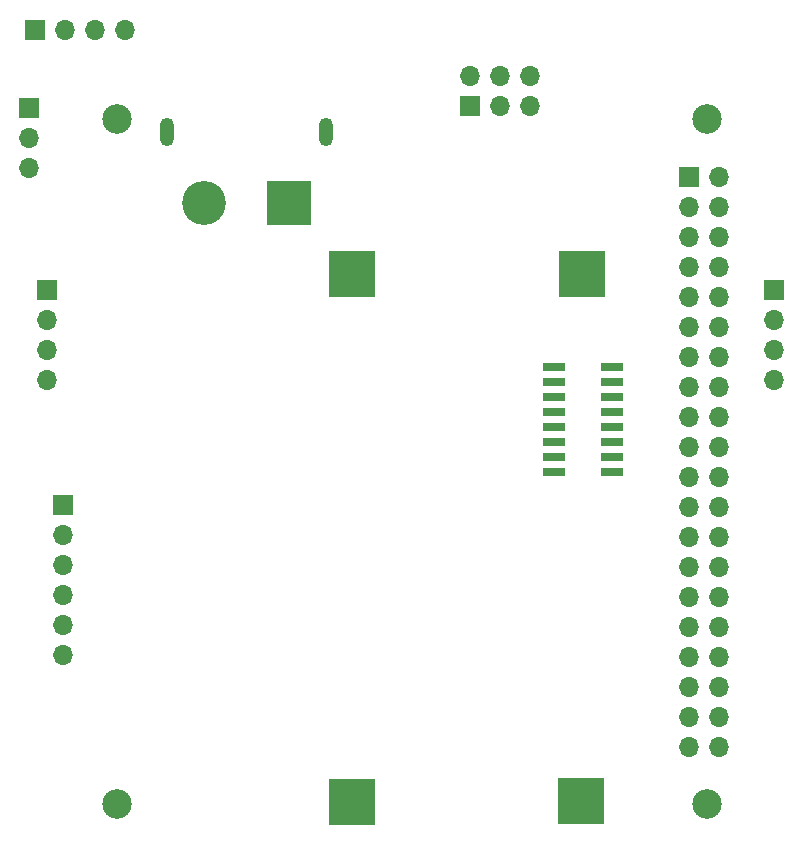
<source format=gbr>
%TF.GenerationSoftware,KiCad,Pcbnew,6.0.8-f2edbf62ab~116~ubuntu22.04.1*%
%TF.CreationDate,2022-11-20T23:04:20-05:00*%
%TF.ProjectId,Pi_HAT_Simple_V3,50695f48-4154-45f5-9369-6d706c655f56,rev?*%
%TF.SameCoordinates,Original*%
%TF.FileFunction,Soldermask,Bot*%
%TF.FilePolarity,Negative*%
%FSLAX46Y46*%
G04 Gerber Fmt 4.6, Leading zero omitted, Abs format (unit mm)*
G04 Created by KiCad (PCBNEW 6.0.8-f2edbf62ab~116~ubuntu22.04.1) date 2022-11-20 23:04:20*
%MOMM*%
%LPD*%
G01*
G04 APERTURE LIST*
G04 Aperture macros list*
%AMRoundRect*
0 Rectangle with rounded corners*
0 $1 Rounding radius*
0 $2 $3 $4 $5 $6 $7 $8 $9 X,Y pos of 4 corners*
0 Add a 4 corners polygon primitive as box body*
4,1,4,$2,$3,$4,$5,$6,$7,$8,$9,$2,$3,0*
0 Add four circle primitives for the rounded corners*
1,1,$1+$1,$2,$3*
1,1,$1+$1,$4,$5*
1,1,$1+$1,$6,$7*
1,1,$1+$1,$8,$9*
0 Add four rect primitives between the rounded corners*
20,1,$1+$1,$2,$3,$4,$5,0*
20,1,$1+$1,$4,$5,$6,$7,0*
20,1,$1+$1,$6,$7,$8,$9,0*
20,1,$1+$1,$8,$9,$2,$3,0*%
G04 Aperture macros list end*
%ADD10R,1.700000X1.700000*%
%ADD11O,1.700000X1.700000*%
%ADD12C,2.500000*%
%ADD13R,3.716000X3.716000*%
%ADD14C,3.716000*%
%ADD15O,1.200000X2.400000*%
%ADD16R,4.000000X4.000000*%
%ADD17RoundRect,0.042000X-0.908000X-0.258000X0.908000X-0.258000X0.908000X0.258000X-0.908000X0.258000X0*%
G04 APERTURE END LIST*
D10*
%TO.C,J2*%
X151000000Y-79400000D03*
D11*
X153540000Y-79400000D03*
X151000000Y-81940000D03*
X153540000Y-81940000D03*
X151000000Y-84480000D03*
X153540000Y-84480000D03*
X151000000Y-87020000D03*
X153540000Y-87020000D03*
X151000000Y-89560000D03*
X153540000Y-89560000D03*
X151000000Y-92100000D03*
X153540000Y-92100000D03*
X151000000Y-94640000D03*
X153540000Y-94640000D03*
X151000000Y-97180000D03*
X153540000Y-97180000D03*
X151000000Y-99720000D03*
X153540000Y-99720000D03*
X151000000Y-102260000D03*
X153540000Y-102260000D03*
X151000000Y-104800000D03*
X153540000Y-104800000D03*
X151000000Y-107340000D03*
X153540000Y-107340000D03*
X151000000Y-109880000D03*
X153540000Y-109880000D03*
X151000000Y-112420000D03*
X153540000Y-112420000D03*
X151000000Y-114960000D03*
X153540000Y-114960000D03*
X151000000Y-117500000D03*
X153540000Y-117500000D03*
X151000000Y-120040000D03*
X153540000Y-120040000D03*
X151000000Y-122580000D03*
X153540000Y-122580000D03*
X151000000Y-125120000D03*
X153540000Y-125120000D03*
X151000000Y-127660000D03*
X153540000Y-127660000D03*
%TD*%
D10*
%TO.C,J3*%
X132425000Y-73425000D03*
D11*
X132425000Y-70885000D03*
X134965000Y-73425000D03*
X134965000Y-70885000D03*
X137505000Y-73425000D03*
X137505000Y-70885000D03*
%TD*%
D12*
%TO.C,H1*%
X152500000Y-74500000D03*
%TD*%
%TO.C,H2*%
X102500000Y-74500000D03*
%TD*%
%TO.C,H3*%
X102500000Y-132500000D03*
%TD*%
D10*
%TO.C,J1*%
X98000000Y-107200000D03*
D11*
X98000000Y-109740000D03*
X98000000Y-112280000D03*
X98000000Y-114820000D03*
X98000000Y-117360000D03*
X98000000Y-119900000D03*
%TD*%
D12*
%TO.C,H4*%
X152500000Y-132500000D03*
%TD*%
D13*
%TO.C,J4*%
X117100000Y-81600000D03*
D14*
X109900000Y-81600000D03*
D15*
X120250000Y-75600000D03*
X106750000Y-75600000D03*
%TD*%
D10*
%TO.C,J5*%
X95100000Y-73550000D03*
D11*
X95100000Y-76090000D03*
X95100000Y-78630000D03*
%TD*%
%TO.C,J6*%
X103220000Y-66950000D03*
X100680000Y-66950000D03*
X98140000Y-66950000D03*
D10*
X95600000Y-66950000D03*
%TD*%
D11*
%TO.C,J8*%
X158150000Y-96620000D03*
X158150000Y-94080000D03*
X158150000Y-91540000D03*
D10*
X158150000Y-89000000D03*
%TD*%
D11*
%TO.C,J9*%
X96600000Y-96620000D03*
X96600000Y-94080000D03*
X96600000Y-91540000D03*
D10*
X96600000Y-89000000D03*
%TD*%
D16*
%TO.C,U1*%
X141852000Y-132236000D03*
X122400000Y-132350000D03*
X141900000Y-87600000D03*
X122400000Y-87600000D03*
%TD*%
D17*
%TO.C,U2*%
X144417500Y-104355000D03*
X144417500Y-103085000D03*
X144417500Y-101815000D03*
X144417500Y-100545000D03*
X144417500Y-99275000D03*
X144417500Y-98005000D03*
X144417500Y-96735000D03*
X144417500Y-95465000D03*
X139507500Y-95465000D03*
X139507500Y-96735000D03*
X139507500Y-98005000D03*
X139507500Y-99275000D03*
X139507500Y-100545000D03*
X139507500Y-101815000D03*
X139507500Y-103085000D03*
X139507500Y-104355000D03*
%TD*%
M02*

</source>
